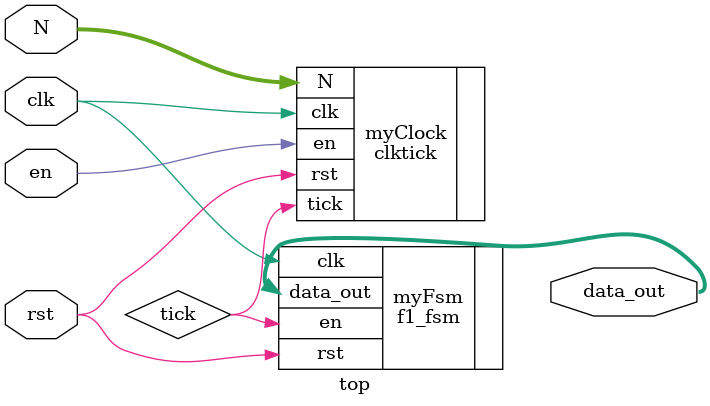
<source format=sv>
module top #(
  parameter WIDTH = 16
)(
  // interface signals
    input   logic       rst,
    input   logic       en,
    input   logic       clk,
    input   logic [WIDTH-1:0] N,
    output  logic [7:0] data_out
);

  logic       tick;    // interconnect wire

clktick myClock (
  .clk (clk),
  .rst (rst),
  .en (en),
  .N (N),
  .tick (tick)
);

f1_fsm myFsm (
  .rst (rst),
  .en (tick),
  .clk (clk),
  .data_out (data_out)
);

endmodule

</source>
